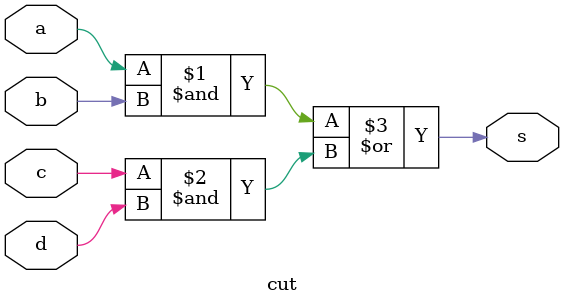
<source format=v>
module cut (
    input a, b, c, d,
    output s
);
    assign s = (a & b) | (c & d);
endmodule
// CUT :- f = a.b + c.d

</source>
